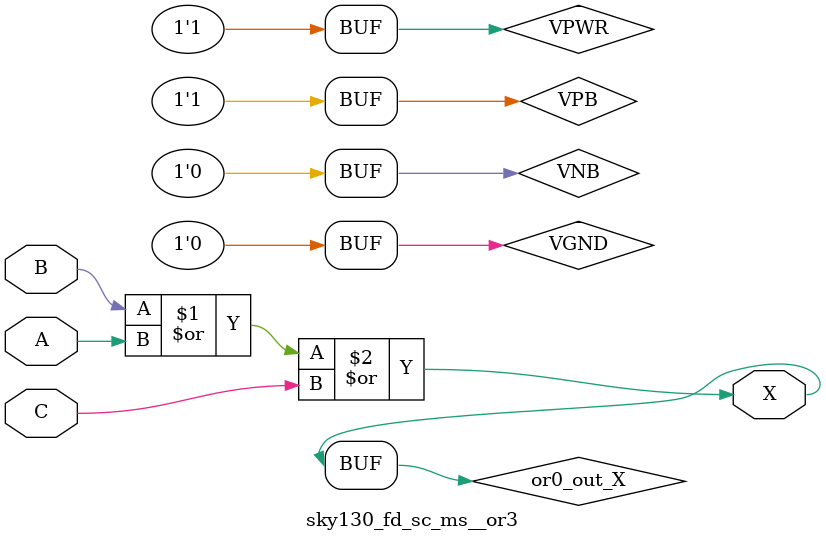
<source format=v>
/*
 * Copyright 2020 The SkyWater PDK Authors
 *
 * Licensed under the Apache License, Version 2.0 (the "License");
 * you may not use this file except in compliance with the License.
 * You may obtain a copy of the License at
 *
 *     https://www.apache.org/licenses/LICENSE-2.0
 *
 * Unless required by applicable law or agreed to in writing, software
 * distributed under the License is distributed on an "AS IS" BASIS,
 * WITHOUT WARRANTIES OR CONDITIONS OF ANY KIND, either express or implied.
 * See the License for the specific language governing permissions and
 * limitations under the License.
 *
 * SPDX-License-Identifier: Apache-2.0
*/


`ifndef SKY130_FD_SC_MS__OR3_TIMING_V
`define SKY130_FD_SC_MS__OR3_TIMING_V

/**
 * or3: 3-input OR.
 *
 * Verilog simulation timing model.
 */

`timescale 1ns / 1ps
`default_nettype none

`celldefine
module sky130_fd_sc_ms__or3 (
    X,
    A,
    B,
    C
);

    // Module ports
    output X;
    input  A;
    input  B;
    input  C;

    // Module supplies
    supply1 VPWR;
    supply0 VGND;
    supply1 VPB ;
    supply0 VNB ;

    // Local signals
    wire or0_out_X;

    //  Name  Output     Other arguments
    or  or0  (or0_out_X, B, A, C        );
    buf buf0 (X        , or0_out_X      );

endmodule
`endcelldefine

`default_nettype wire
`endif  // SKY130_FD_SC_MS__OR3_TIMING_V

</source>
